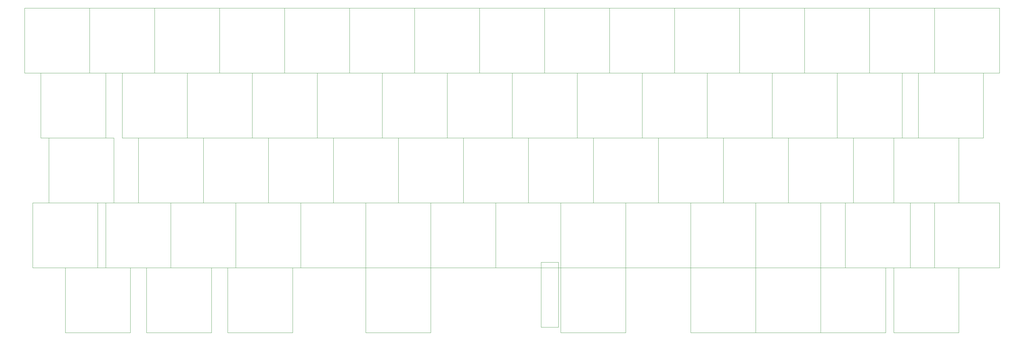
<source format=gbr>
%TF.GenerationSoftware,KiCad,Pcbnew,9.0.1*%
%TF.CreationDate,2025-05-16T22:45:18+09:00*%
%TF.ProjectId,H360,48333630-2e6b-4696-9361-645f70636258,rev?*%
%TF.SameCoordinates,Original*%
%TF.FileFunction,OtherDrawing,Comment*%
%FSLAX46Y46*%
G04 Gerber Fmt 4.6, Leading zero omitted, Abs format (unit mm)*
G04 Created by KiCad (PCBNEW 9.0.1) date 2025-05-16 22:45:18*
%MOMM*%
%LPD*%
G01*
G04 APERTURE LIST*
%ADD10C,0.100000*%
%ADD11C,0.120000*%
G04 APERTURE END LIST*
%TO.C,MX21*%
D10*
X192881250Y-121443750D02*
X173831250Y-121443750D01*
X173831250Y-140493750D01*
X192881250Y-140493750D01*
X192881250Y-121443750D01*
%TO.C,MX61*%
X245268750Y-178593750D02*
X226218750Y-178593750D01*
X226218750Y-197643750D01*
X245268750Y-197643750D01*
X245268750Y-178593750D01*
%TO.C,MX9*%
X240506250Y-102393750D02*
X221456250Y-102393750D01*
X221456250Y-121443750D01*
X240506250Y-121443750D01*
X240506250Y-102393750D01*
%TO.C,MX5*%
X164306250Y-102393750D02*
X145256250Y-102393750D01*
X145256250Y-121443750D01*
X164306250Y-121443750D01*
X164306250Y-102393750D01*
%TO.C,MX26*%
X288131250Y-121443750D02*
X269081250Y-121443750D01*
X269081250Y-140493750D01*
X288131250Y-140493750D01*
X288131250Y-121443750D01*
%TO.C,MX1*%
X69056250Y-102393750D02*
X88106250Y-102393750D01*
X88106250Y-121443750D01*
X69056250Y-121443750D01*
X69056250Y-102393750D01*
%TO.C,MX10*%
X259556250Y-102393750D02*
X240506250Y-102393750D01*
X240506250Y-121443750D01*
X259556250Y-121443750D01*
X259556250Y-102393750D01*
%TO.C,MX19*%
X154781250Y-121443750D02*
X135731250Y-121443750D01*
X135731250Y-140493750D01*
X154781250Y-140493750D01*
X154781250Y-121443750D01*
D11*
%TO.C,U3*%
X220481000Y-177000000D02*
X220481000Y-196000000D01*
X220481000Y-196000000D02*
X225481000Y-196000000D01*
X225481000Y-177000000D02*
X220481000Y-177000000D01*
X225481000Y-196000000D02*
X225481000Y-177000000D01*
%TO.C,MX45*%
D10*
X130968750Y-159543750D02*
X111918750Y-159543750D01*
X111918750Y-178593750D01*
X130968750Y-178593750D01*
X130968750Y-159543750D01*
%TO.C,MX63*%
X302418750Y-178593750D02*
X283368750Y-178593750D01*
X283368750Y-197643750D01*
X302418750Y-197643750D01*
X302418750Y-178593750D01*
%TO.C,MX35*%
X197643750Y-140493750D02*
X178593750Y-140493750D01*
X178593750Y-159543750D01*
X197643750Y-159543750D01*
X197643750Y-140493750D01*
%TO.C,MX16*%
X92868750Y-121443750D02*
X73818750Y-121443750D01*
X73818750Y-140493750D01*
X92868750Y-140493750D01*
X92868750Y-121443750D01*
%TO.C,MX53*%
X283368750Y-159543750D02*
X264318750Y-159543750D01*
X264318750Y-178593750D01*
X283368750Y-178593750D01*
X283368750Y-159543750D01*
%TO.C,MX30*%
X95250000Y-140493750D02*
X76200000Y-140493750D01*
X76200000Y-159543750D01*
X95250000Y-159543750D01*
X95250000Y-140493750D01*
%TO.C,MX23*%
X230981250Y-121443750D02*
X211931250Y-121443750D01*
X211931250Y-140493750D01*
X230981250Y-140493750D01*
X230981250Y-121443750D01*
%TO.C,MX11*%
X278606250Y-102393750D02*
X259556250Y-102393750D01*
X259556250Y-121443750D01*
X278606250Y-121443750D01*
X278606250Y-102393750D01*
%TO.C,MX46*%
X150018750Y-159543750D02*
X130968750Y-159543750D01*
X130968750Y-178593750D01*
X150018750Y-178593750D01*
X150018750Y-159543750D01*
%TO.C,MX18*%
X135731250Y-121443750D02*
X116681250Y-121443750D01*
X116681250Y-140493750D01*
X135731250Y-140493750D01*
X135731250Y-121443750D01*
%TO.C,MX49*%
X207168750Y-159543750D02*
X188118750Y-159543750D01*
X188118750Y-178593750D01*
X207168750Y-178593750D01*
X207168750Y-159543750D01*
%TO.C,MX22*%
X211931250Y-121443750D02*
X192881250Y-121443750D01*
X192881250Y-140493750D01*
X211931250Y-140493750D01*
X211931250Y-121443750D01*
%TO.C,MX29*%
X350043750Y-121443750D02*
X330993750Y-121443750D01*
X330993750Y-140493750D01*
X350043750Y-140493750D01*
X350043750Y-121443750D01*
%TO.C,MX39*%
X273843750Y-140493750D02*
X254793750Y-140493750D01*
X254793750Y-159543750D01*
X273843750Y-159543750D01*
X273843750Y-140493750D01*
%TO.C,MX4*%
X145256250Y-102393750D02*
X126206250Y-102393750D01*
X126206250Y-121443750D01*
X145256250Y-121443750D01*
X145256250Y-102393750D01*
%TO.C,MX55*%
X328612500Y-159543750D02*
X309562500Y-159543750D01*
X309562500Y-178593750D01*
X328612500Y-178593750D01*
X328612500Y-159543750D01*
%TO.C,MX56*%
X354806250Y-159543750D02*
X335756250Y-159543750D01*
X335756250Y-178593750D01*
X354806250Y-178593750D01*
X354806250Y-159543750D01*
%TO.C,MX33*%
X159543750Y-140493750D02*
X140493750Y-140493750D01*
X140493750Y-159543750D01*
X159543750Y-159543750D01*
X159543750Y-140493750D01*
%TO.C,MX43*%
X90487500Y-159543750D02*
X71437500Y-159543750D01*
X71437500Y-178593750D01*
X90487500Y-178593750D01*
X90487500Y-159543750D01*
%TO.C,MX41*%
X311943750Y-140493750D02*
X292893750Y-140493750D01*
X292893750Y-159543750D01*
X311943750Y-159543750D01*
X311943750Y-140493750D01*
%TO.C,MX27*%
X307181250Y-121443750D02*
X288131250Y-121443750D01*
X288131250Y-140493750D01*
X307181250Y-140493750D01*
X307181250Y-121443750D01*
%TO.C,MX64*%
X321468750Y-178593750D02*
X302418750Y-178593750D01*
X302418750Y-197643750D01*
X321468750Y-197643750D01*
X321468750Y-178593750D01*
%TO.C,MX28*%
X326231250Y-121443750D02*
X307181250Y-121443750D01*
X307181250Y-140493750D01*
X326231250Y-140493750D01*
X326231250Y-121443750D01*
%TO.C,MX50*%
X226218750Y-159543750D02*
X207168750Y-159543750D01*
X207168750Y-178593750D01*
X226218750Y-178593750D01*
X226218750Y-159543750D01*
%TO.C,MX48*%
X188118750Y-159543750D02*
X169068750Y-159543750D01*
X169068750Y-178593750D01*
X188118750Y-178593750D01*
X188118750Y-159543750D01*
%TO.C,MX44*%
X111918750Y-159543750D02*
X92868750Y-159543750D01*
X92868750Y-178593750D01*
X111918750Y-178593750D01*
X111918750Y-159543750D01*
%TO.C,MX34*%
X178593750Y-140493750D02*
X159543750Y-140493750D01*
X159543750Y-159543750D01*
X178593750Y-159543750D01*
X178593750Y-140493750D01*
%TO.C,MX2*%
X107156250Y-121443750D02*
X88106250Y-121443750D01*
X88106250Y-102393750D01*
X107156250Y-102393750D01*
X107156250Y-121443750D01*
%TO.C,MX38*%
X254793750Y-140493750D02*
X235743750Y-140493750D01*
X235743750Y-159543750D01*
X254793750Y-159543750D01*
X254793750Y-140493750D01*
%TO.C,MX24*%
X250031250Y-121443750D02*
X230981250Y-121443750D01*
X230981250Y-140493750D01*
X250031250Y-140493750D01*
X250031250Y-121443750D01*
%TO.C,MX13*%
X316706250Y-102393750D02*
X297656250Y-102393750D01*
X297656250Y-121443750D01*
X316706250Y-121443750D01*
X316706250Y-102393750D01*
%TO.C,MX3*%
X126206250Y-102393750D02*
X107156250Y-102393750D01*
X107156250Y-121443750D01*
X126206250Y-121443750D01*
X126206250Y-102393750D01*
%TO.C,MX36*%
X216693750Y-140493750D02*
X197643750Y-140493750D01*
X197643750Y-159543750D01*
X216693750Y-159543750D01*
X216693750Y-140493750D01*
%TO.C,MX31*%
X121443750Y-140493750D02*
X102393750Y-140493750D01*
X102393750Y-159543750D01*
X121443750Y-159543750D01*
X121443750Y-140493750D01*
%TO.C,MX58*%
X123825000Y-178593750D02*
X104775000Y-178593750D01*
X104775000Y-197643750D01*
X123825000Y-197643750D01*
X123825000Y-178593750D01*
%TO.C,MX20*%
X173831250Y-121443750D02*
X154781250Y-121443750D01*
X154781250Y-140493750D01*
X173831250Y-140493750D01*
X173831250Y-121443750D01*
%TO.C,MX14*%
X335756250Y-102393750D02*
X316706250Y-102393750D01*
X316706250Y-121443750D01*
X335756250Y-121443750D01*
X335756250Y-102393750D01*
%TO.C,MX62*%
X283368750Y-178593750D02*
X264318750Y-178593750D01*
X264318750Y-197643750D01*
X283368750Y-197643750D01*
X283368750Y-178593750D01*
%TO.C,MX17*%
X116681250Y-121443750D02*
X97631250Y-121443750D01*
X97631250Y-140493750D01*
X116681250Y-140493750D01*
X116681250Y-121443750D01*
%TO.C,MX60*%
X188118750Y-178593750D02*
X169068750Y-178593750D01*
X169068750Y-197643750D01*
X188118750Y-197643750D01*
X188118750Y-178593750D01*
%TO.C,MX51*%
X245268750Y-159543750D02*
X226218750Y-159543750D01*
X226218750Y-178593750D01*
X245268750Y-178593750D01*
X245268750Y-159543750D01*
%TO.C,MX8*%
X221456250Y-102393750D02*
X202406250Y-102393750D01*
X202406250Y-121443750D01*
X221456250Y-121443750D01*
X221456250Y-102393750D01*
%TO.C,MX42*%
X342900000Y-140493750D02*
X323850000Y-140493750D01*
X323850000Y-159543750D01*
X342900000Y-159543750D01*
X342900000Y-140493750D01*
%TO.C,MX32*%
X140493750Y-140493750D02*
X121443750Y-140493750D01*
X121443750Y-159543750D01*
X140493750Y-159543750D01*
X140493750Y-140493750D01*
%TO.C,MX25*%
X269081250Y-121443750D02*
X250031250Y-121443750D01*
X250031250Y-140493750D01*
X269081250Y-140493750D01*
X269081250Y-121443750D01*
%TO.C,MX15*%
X354806250Y-102393750D02*
X335756250Y-102393750D01*
X335756250Y-121443750D01*
X354806250Y-121443750D01*
X354806250Y-102393750D01*
%TO.C,MX52*%
X264318750Y-159543750D02*
X245268750Y-159543750D01*
X245268750Y-178593750D01*
X264318750Y-178593750D01*
X264318750Y-159543750D01*
%TO.C,MX37*%
X235743750Y-140493750D02*
X216693750Y-140493750D01*
X216693750Y-159543750D01*
X235743750Y-159543750D01*
X235743750Y-140493750D01*
%TO.C,MX47*%
X169068750Y-159543750D02*
X150018750Y-159543750D01*
X150018750Y-178593750D01*
X169068750Y-178593750D01*
X169068750Y-159543750D01*
%TO.C,MX6*%
X183356250Y-102393750D02*
X164306250Y-102393750D01*
X164306250Y-121443750D01*
X183356250Y-121443750D01*
X183356250Y-102393750D01*
%TO.C,MX7*%
X202406250Y-102393750D02*
X183356250Y-102393750D01*
X183356250Y-121443750D01*
X202406250Y-121443750D01*
X202406250Y-102393750D01*
%TO.C,MX54*%
X302418750Y-159543750D02*
X283368750Y-159543750D01*
X283368750Y-178593750D01*
X302418750Y-178593750D01*
X302418750Y-159543750D01*
%TO.C,MX65*%
X342900000Y-178593750D02*
X323850000Y-178593750D01*
X323850000Y-197643750D01*
X342900000Y-197643750D01*
X342900000Y-178593750D01*
%TO.C,MX40*%
X292893750Y-140493750D02*
X273843750Y-140493750D01*
X273843750Y-159543750D01*
X292893750Y-159543750D01*
X292893750Y-140493750D01*
%TO.C,MX12*%
X297656250Y-102393750D02*
X278606250Y-102393750D01*
X278606250Y-121443750D01*
X297656250Y-121443750D01*
X297656250Y-102393750D01*
%TO.C,MX59*%
X147637500Y-178593750D02*
X128587500Y-178593750D01*
X128587500Y-197643750D01*
X147637500Y-197643750D01*
X147637500Y-178593750D01*
%TO.C,MX57*%
X100012500Y-178593750D02*
X80962500Y-178593750D01*
X80962500Y-197643750D01*
X100012500Y-197643750D01*
X100012500Y-178593750D01*
%TD*%
M02*

</source>
